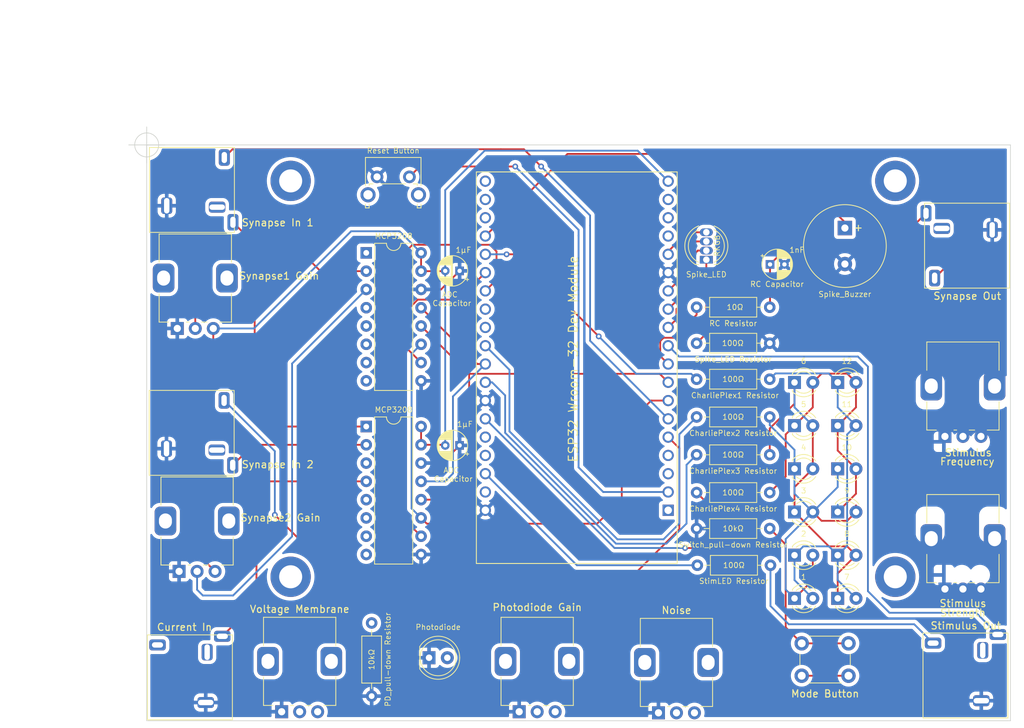
<source format=kicad_pcb>
(kicad_pcb (version 20211014) (generator pcbnew)
  (layers (0 "F.Cu" signal) (31 "B.Cu" signal) (34 "B.Paste" user) (35 "F.Paste" user) (36 "B.SilkS" user "B.Silkscreen") (37 "F.SilkS" user "F.Silkscreen") (38 "B.Mask" user) (39 "F.Mask" user) (44 "Edge.Cuts" user))
  (net 0 "")
  (net 7 "GNDREF")
  (net 8 "/23")
  (net 9 "/27")
  (net 10 "/26")
  (net 11 "+3V3")
  (net 12 "/34")
  (net 13 "/35")
  (net 14 "/25")
  (net 15 "/14")
  (net 16 "/12")
  (net 17 "/13")
  (net 18 "/22")
  (net 19 "/21")
  (net 20 "/19")
  (net 21 "/05")
  (net 22 "/17")
  (net 23 "/16")
  (net 24 "/02")
  (net 25 "/15")
  (net 26 "Net-(10Ω_RC1-Pad2)")
  (net 27 "Net-(100Ω_CharliePlex1-Pad2)")
  (net 28 "Net-(100Ω_CharliePlex2-Pad2)")
  (net 30 "Net-(100Ω_CharliePlex3-Pad2)")
  (net 31 "Net-(100Ω_CharliePlex4-Pad2)")
  (net 32 "Net-(100Ω_Stim-LED1-Pad2)")
  (net 33 "/39")
  (net 34 "VCC")
  (net 35 "Net-(Reset_Button1-Pad2)")
  (net 39 "/202")
  (net 40 "/203")
  (net 41 "/106")
  (net 42 "/103")
  (net 43 "/105")
  (net 44 "/104")
  (net 45 "/101")
  (net 46 "/102")
  (net 47 "/200")
  (net 48 "/201")
  (net 49 "/32")
  (net 50 "/33")
  (net 51 "/18")
  (net 52 "/04")
  (net 53 "/00")
  (net 54 "/100")
  (net 55 "/107")
  (net 56 "/204")
  (net 57 "/205")
  (net 58 "/206")
  (net 59 "/207")
  (net 60 "Net-(100Ω_Spike-LED1-Pad2)")
  (footprint "LED_THT:LED_D5.0mm-4_RGB" (layer "F.Cu") (at 177.75 65.95 90)
    (fp_text reference "Spike_LED")
    (fp_text value "RGB")
  )
  (footprint "MountingHole:MountingHole_3.2mm_M3_DIN965_Pad" (layer "F.Cu") (at 120 55)
    (fp_text reference " ")
    (fp_text value "MountingHole_3.2mm_M3_DIN965_Pad")
  )
  (footprint "LED_THT:LED_D3.0mm" (layer "F.Cu") (at 190 83)
    (fp_text reference "6")
    (fp_text value "D7")
  )
  (footprint "LED_THT:LED_D3.0mm" (layer "F.Cu") (at 190 113)
    (fp_text reference "1")
    (fp_text value "D2")
  )
  (footprint "Resistor_THT:R_Axial_DIN0207_L6.3mm_D2.5mm_P10.16mm_Horizontal" (layer "F.Cu") (at 186.56 103.3 180)
    (fp_text reference "10kΩ")
    (fp_text value "R5")
  )
  (footprint "Package_DIP:DIP-16_W7.62mm" (layer "F.Cu") (at 130.5 89.125)
    (fp_text reference "MCP3208")
    (fp_text value "MCP3208")
  )
  (footprint "Potentiometer_THT:Spikeling Potentiometer" (layer "F.Cu") (at 213.4 104.2 90)
    (fp_text reference "Stimulus")
    (fp_text value "RV6")
  )
  (footprint "Potentiometer_THT:Spikeling Potentiometer" (layer "F.Cu") (at 173.6 121.4 90)
    (fp_text reference "Noise")
    (fp_text value "RV4")
  )
  (footprint "Connector_Audio:Spikeling Audio Jack 3.5mm" (layer "F.Cu") (at 100.2815 56.25 90)
    (fp_text reference "Synapse In 1")
    (fp_text value "J2")
  )
  (footprint "Connector_Audio:Spikeling Audio Jack 3.5mm" (layer "F.Cu") (at 219.9685 64 -90)
    (fp_text reference "Synapse Out")
    (fp_text value "J1")
  )
  (footprint "Potentiometer_THT:Spikeling Potentiometer" (layer "F.Cu") (at 106.75 68 90)
    (fp_text reference "Synapse1 Gain")
    (fp_text value "RV1")
  )
  (footprint "LED_THT:LED_D3.0mm" (layer "F.Cu") (at 190 101)
    (fp_text reference "3")
    (fp_text value "D4")
  )
  (footprint "Potentiometer_THT:Spikeling Potentiometer" (layer "F.Cu") (at 121.25 121.25 90)
    (fp_text reference "Voltage Membrane")
    (fp_text value "RV3")
  )
  (footprint "Resistor_THT:R_Axial_DIN0207_L6.3mm_D2.5mm_P10.16mm_Horizontal" (layer "F.Cu") (at 176.5 108.4)
    (fp_text reference "100Ω")
    (fp_text value "R3")
  )
  (footprint "MountingHole:MountingHole_3.2mm_M3_DIN965_Pad" (layer "F.Cu") (at 204 55)
    (fp_text reference " ")
    (fp_text value "MountingHole_M3")
  )
  (footprint "Package_DIP:DIP-16_W7.62mm" (layer "F.Cu") (at 130.5 65)
    (fp_text reference "MCP3208")
    (fp_text value "MCP3208")
  )
  (footprint "Capacitor_THT:CP_Radial_D4.0mm_P2.00mm" (layer "F.Cu") (at 143.4726 91.75 180)
    (fp_text reference "1μF")
    (fp_text value "1 μF")
  )
  (footprint "Connector_Audio:Spikeling Audio Jack 3.5mm" (layer "F.Cu") (at 213.75 129.7185 180)
    (fp_text reference "Stimulus Out")
    (fp_text value "J5")
  )
  (footprint "Button_Switch_THT:Spikeling reset button" (layer "F.Cu") (at 134.25 51.75)
    (fp_text reference "Reset Button")
    (fp_text value "SW2")
  )
  (footprint "LED_THT:LED_D3.0mm" (layer "F.Cu") (at 196 95)
    (fp_text reference "10")
    (fp_text value "D11")
  )
  (footprint "LED_THT:LED_D3.0mm" (layer "F.Cu") (at 196 107)
    (fp_text reference "8")
    (fp_text value "LED")
  )
  (footprint "Capacitor_THT:CP_Radial_D4.0mm_P2.00mm" (layer "F.Cu") (at 143.4726 67.5 180)
    (fp_text reference "1μF")
    (fp_text value "1 μF")
  )
  (footprint "Resistor_THT:R_Axial_DIN0207_L6.3mm_D2.5mm_P10.16mm_Horizontal" (layer "F.Cu") (at 176.4 98.3)
    (fp_text reference "100Ω")
    (fp_text value "R9")
  )
  (footprint "LED_THT:LED_D3.0mm" (layer "F.Cu") (at 196 83)
    (fp_text reference "12")
    (fp_text value "D13")
  )
  (footprint "LED_THT:LED_D3.0mm" (layer "F.Cu") (at 196 89)
    (fp_text reference "11")
    (fp_text value "D12")
  )
  (footprint "LED_THT:LED_D3.0mm" (layer "F.Cu") (at 196 101)
    (fp_text reference "9")
    (fp_text value "D10")
  )
  (footprint "Resistor_THT:R_Axial_DIN0207_L6.3mm_D2.5mm_P10.16mm_Horizontal" (layer "F.Cu") (at 176.4 72.55)
    (fp_text reference "10Ω")
    (fp_text value "R1")
  )
  (footprint "LED_THT:LED_D5.0mm" (layer "F.Cu") (at 139.225 121.25)
    (fp_text reference "Photodiode")
    (fp_text value "D1")
  )
  (footprint "Potentiometer_THT:Spikeling Potentiometer" (layer "F.Cu") (at 213.4 83 90)
    (fp_text reference "Stimulus")
    (fp_text value "RV7")
  )
  (footprint "Potentiometer_THT:Spikeling Potentiometer" (layer "F.Cu") (at 107 101.75 90)
    (fp_text reference "Synapse2 Gain")
    (fp_text value "RV2")
  )
  (footprint "Connector_Audio:Spikeling Audio Jack 3.5mm" (layer "F.Cu") (at 100.25 90 90)
    (fp_text reference "Synapse In 2")
    (fp_text value "J3")
  )
  (footprint "LED_THT:LED_D3.0mm" (layer "F.Cu") (at 190 107)
    (fp_text reference "2")
    (fp_text value "D3")
  )
  (footprint "MountingHole:MountingHole_3.2mm_M3_DIN965_Pad" (layer "F.Cu") (at 204 110)
    (fp_text reference " ")
    (fp_text value "MountingHole_3.2mm_M3_DIN965_Pad")
  )
  (footprint "LED_THT:LED_D3.0mm" (layer "F.Cu") (at 190 95)
    (fp_text reference "4")
    (fp_text value "D5")
  )
  (footprint "Connector_Audio:Spikeling Audio Jack 3.5mm" (layer "F.Cu") (at 106 129.9685 180)
    (fp_text reference "Current In")
    (fp_text value "J4")
  )
  (footprint "Resistor_THT:R_Axial_DIN0207_L6.3mm_D2.5mm_P10.16mm_Horizontal" (layer "F.Cu") (at 176.4 93.05)
    (fp_text reference "100Ω")
    (fp_text value "R8")
  )
  (footprint "Resistor_THT:R_Axial_DIN0207_L6.3mm_D2.5mm_P10.16mm_Horizontal" (layer "F.Cu") (at 131.25 116.42 -90)
    (fp_text reference "10kΩ")
    (fp_text value "R2")
  )
  (footprint "Potentiometer_THT:Spikeling Potentiometer" (layer "F.Cu") (at 154.25 121.25 90)
    (fp_text reference "Photodiode Gain")
    (fp_text value "RV5")
  )
  (footprint "Capacitor_THT:CP_Radial_D4.0mm_P2.00mm" (layer "F.Cu") (at 186.6 66.6)
    (fp_text reference "1nF")
    (fp_text value "C3")
  )
  (footprint "Resistor_THT:R_Axial_DIN0207_L6.3mm_D2.5mm_P10.16mm_Horizontal" (layer "F.Cu") (at 176.4 87.8)
    (fp_text reference "100Ω")
    (fp_text value "R7")
  )
  (footprint "Resistor_THT:R_Axial_DIN0207_L6.3mm_D2.5mm_P10.16mm_Horizontal" (layer "F.Cu") (at 186.56 77.55 180)
    (fp_text reference "100Ω")
    (fp_text value "R4")
  )
  (footprint "Buzzer_Beeper:Buzzer_11.5x9.5RM5" (layer "F.Cu") (at 197 60.25 -90)
    (fp_text reference "Spike_Buzzer")
    (fp_text value "BZ1")
  )
  (footprint "MountingHole:MountingHole_3.2mm_M3_DIN965_Pad" (layer "F.Cu") (at 120 110)
    (fp_text reference " ")
    (fp_text value "MountingHole_3.2mm_M3_DIN965_Pad")
  )
  (footprint "Resistor_THT:R_Axial_DIN0207_L6.3mm_D2.5mm_P10.16mm_Horizontal" (layer "F.Cu") (at 176.4 82.55)
    (fp_text reference "100Ω")
    (fp_text value "R6")
  )
  (footprint "Button_Switch_THT:SW_PUSH_6mm_H13mm" (layer "F.Cu") (at 191 119.25)
    (fp_text reference "Mode Button")
    (fp_text value "SW1")
  )
  (footprint "Module:MODULE_ESP32-DEVKITC-32D" (layer "F.Cu") (at 159.75 81 180)
    (fp_text reference "ESP32 Wroom-32 Dev Module")
    (fp_text value "ESP32-DEVKITC-32D")
  )
  (footprint "LED_THT:LED_D3.0mm" (layer "F.Cu") (at 196 113)
    (fp_text reference "7")
    (fp_text value "D8")
  )
  (footprint "LED_THT:LED_D3.0mm" (layer "F.Cu") (at 190 89)
    (fp_text reference "5")
    (fp_text value "D6")
  )
  (gr_line (start 220 130) (end 100 130) (layer "Edge.Cuts") (width 0.1))
  (gr_line (start 100 50) (end 220 50) (layer "Edge.Cuts") (width 0.1))
  (gr_line (start 220 50) (end 220 130) (layer "Edge.Cuts") (width 0.1))
  (gr_line (start 100 130) (end 100 50) (layer "Edge.Cuts") (width 0.1))
  (gr_text "ADC \nCapacitor" (at 142.4 71.4) (layer "F.SilkS") (effects (font (size 0.75 0.75) (thickness 0.1))))
  (gr_text "Switch_pull-down Resistor" (at 181.48 105.55) (layer "F.SilkS") (effects (font (size 0.75 0.75) (thickness 0.1))))
  (gr_text "CharliePlex3 Resistor" (at 181.48 95.3) (layer "F.SilkS") (effects (font (size 0.75 0.75) (thickness 0.1))))
  (gr_text "Frequency" (at 214 94) (layer "F.SilkS") (effects (font (size 1 1))))
  (gr_text "Strength" (at 213.4 115) (layer "F.SilkS") (effects (font (size 1 1))))
  (gr_text "CharliePlex2 Resistor" (at 181.48 90.05) (layer "F.SilkS") (effects (font (size 0.75 0.75) (thickness 0.1))))
  (gr_text "Spike_LED Resistor" (at 181.48 79.8) (layer "F.SilkS") (effects (font (size 0.75 0.75) (thickness 0.1))))
  (gr_text "CharliePlex1 Resistor" (at 181.73 84.8) (layer "F.SilkS") (effects (font (size 0.75 0.75) (thickness 0.1))))
  (gr_text "RKGB" (at 179.25 64 90) (layer "F.SilkS") (effects (font (size 0.75 0.75) (thickness 0.1))))
  (gr_text "RC Capacitor" (at 187.572599 69.35) (layer "F.SilkS") (effects (font (size 0.75 0.75) (thickness 0.1))))
  (gr_text "RC Resistor" (at 181.48 74.8) (layer "F.SilkS") (effects (font (size 0.75 0.75) (thickness 0.1))))
  (gr_text "StimLED Resistor" (at 181.58 110.6) (layer "F.SilkS") (effects (font (size 0.75 0.75) (thickness 0.1))))
  (gr_text "PD_pull-down Resistor" (at 133.5 121.5 90) (layer "F.SilkS") (effects (font (size 0.75 0.75) (thickness 0.1))))
  (gr_text "ADC \nCapacitor" (at 142.6 95.8) (layer "F.SilkS") (effects (font (size 0.75 0.75) (thickness 0.1))))
  (gr_text "CharliePlex4 Resistor" (at 181.48 100.55) (layer "F.SilkS") (effects (font (size 0.75 0.75) (thickness 0.1))))
  (target plus (at 100 50) (size 5) (width 0.1) (layer "Edge.Cuts"))
  (segment (start 141.0176 94.205) (end 143.4726 91.75) (width 0.25) (layer "F.Cu") (net 7))
  (segment (start 140.8926 70.08) (end 143.4726 67.5) (width 0.25) (layer "F.Cu") (net 7))
  (segment (start 138.12 94.205) (end 141.0176 94.205) (width 0.25) (layer "F.Cu") (net 7))
  (segment (start 109.7815 58.65) (end 109.8815 58.65) (width 0.25) (layer "F.Cu") (net 7))
  (segment (start 138.12 70.08) (end 140.8926 70.08) (width 0.25) (layer "F.Cu") (net 7))
  (segment (start 109.75 92.4) (end 109.85 92.4) (width 0.25) (layer "F.Cu") (net 7))
  (segment (start 175.75 70.65) (end 173.6 72.8) (width 0.25) (layer "F.Cu") (net 9))
  (segment (start 172.45 75.36) (end 172.45 74.8797) (width 0.25) (layer "F.Cu") (net 9))
  (segment (start 176.57 64.68) (end 175.75 65.5) (width 0.25) (layer "F.Cu") (net 9))
  (segment (start 175.75 65.5) (end 175.75 70.65) (width 0.25) (layer "F.Cu") (net 9))
  (segment (start 173.6 72.8) (end 173.6 74.21) (width 0.25) (layer "F.Cu") (net 9))
  (segment (start 173.6 74.21) (end 172.45 75.36) (width 0.25) (layer "F.Cu") (net 9))
  (segment (start 177.75 64.68) (end 176.57 64.68) (width 0.25) (layer "F.Cu") (net 9))
  (segment (start 218.25 118.0185) (end 218.25 118.1185) (width 0.25) (layer "F.Cu") (net 10))
  (segment (start 173.95 79.4) (end 198.8 79.4) (width 0.25) (layer "B.Cu") (net 10))
  (segment (start 172.45 77.9) (end 173.95 79.4) (width 0.25) (layer "B.Cu") (net 10))
  (segment (start 200.2 112) (end 203.2 115) (width 0.25) (layer "B.Cu") (net 10))
  (segment (start 200.2 80.8) (end 200.2 112) (width 0.25) (layer "B.Cu") (net 10))
  (segment (start 215.2315 115) (end 218.25 118.0185) (width 0.25) (layer "B.Cu") (net 10))
  (segment (start 203.2 115) (end 215.2315 115) (width 0.25) (layer "B.Cu") (net 10))
  (segment (start 198.8 79.4) (end 200.2 80.8) (width 0.25) (layer "B.Cu") (net 10))
  (segment (start 111.25 86) (end 110.75 85.5) (width 0.25) (layer "F.Cu") (net 12))
  (segment (start 125.8 109.4) (end 117.8 101.4) (width 0.25) (layer "F.Cu") (net 12))
  (segment (start 174 92.15) (end 174 103.4) (width 0.25) (layer "F.Cu") (net 12))
  (segment (start 168 109.4) (end 125.8 109.4) (width 0.25) (layer "F.Cu") (net 12))
  (segment (start 172.45 90.6) (end 174 92.15) (width 0.25) (layer "F.Cu") (net 12))
  (segment (start 174 103.4) (end 168 109.4) (width 0.25) (layer "F.Cu") (net 12))
  (via (at 117.8 101.4) (size 0.8) (drill 0.4) (layers "F.Cu" "B.Cu") (net 12))
  (segment (start 110.75 85.5) (end 117.8 92.55) (width 0.25) (layer "B.Cu") (net 12))
  (segment (start 117.8 92.55) (end 117.8 101.4) (width 0.25) (layer "B.Cu") (net 12))
  (segment (start 154.8 53) (end 152.4 50.6) (width 0.25) (layer "F.Cu") (net 13))
  (segment (start 110.7815 51.75) (end 111.9315 50.6) (width 0.25) (layer "F.Cu") (net 13))
  (segment (start 111.9315 50.6) (end 149.2 50.6) (width 0.25) (layer "F.Cu") (net 13))
  (segment (start 152.4 50.6) (end 149.2 50.6) (width 0.25) (layer "F.Cu") (net 13))
  (via (at 154.8 53) (size 0.8) (drill 0.4) (layers "F.Cu" "B.Cu") (net 13))
  (segment (start 161.6 77.21) (end 172.45 88.06) (width 0.25) (layer "B.Cu") (net 13))
  (segment (start 161.6 61.2) (end 161.6 77.21) (width 0.25) (layer "B.Cu") (net 13))
  (segment (start 161.6 59.8) (end 161.6 61.2) (width 0.25) (layer "B.Cu") (net 13))
  (segment (start 154.8 53) (end 161.6 59.8) (width 0.25) (layer "B.Cu") (net 13))
  (segment (start 171.345489 79.335489) (end 172.45 80.44) (width 0.25) (layer "F.Cu") (net 14))
  (segment (start 176.4 72.55) (end 176.4 73.6) (width 0.25) (layer "F.Cu") (net 14))
  (segment (start 171.804511 76.795489) (end 171.345489 77.254511) (width 0.25) (layer "F.Cu") (net 14))
  (segment (start 171.345489 77.254511) (end 171.345489 79.335489) (width 0.25) (layer "F.Cu") (net 14))
  (segment (start 173.204511 76.795489) (end 171.804511 76.795489) (width 0.25) (layer "F.Cu") (net 14))
  (segment (start 176.4 73.6) (end 173.204511 76.795489) (width 0.25) (layer "F.Cu") (net 14))
  (segment (start 172.45 72.82) (end 175.25 70.02) (width 0.25) (layer "F.Cu") (net 15))
  (segment (start 175.25 64.5) (end 176.34 63.41) (width 0.25) (layer "F.Cu") (net 15))
  (segment (start 176.34 63.41) (end 177.75 63.41) (width 0.25) (layer "F.Cu") (net 15))
  (segment (start 175.25 70.02) (end 175.25 64.5) (width 0.25) (layer "F.Cu") (net 15))
  (segment (start 176.11 62.14) (end 174.75 63.5) (width 0.25) (layer "F.Cu") (net 16))
  (segment (start 177.75 62.14) (end 176.11 62.14) (width 0.25) (layer "F.Cu") (net 16))
  (segment (start 174.75 63.5) (end 174.75 67.98) (width 0.25) (layer "F.Cu") (net 16))
  (segment (start 174.75 67.98) (end 172.45 70.28) (width 0.25) (layer "F.Cu") (net 16))
  (segment (start 180 57.25) (end 193.5 57.25) (width 0.25) (layer "F.Cu") (net 17))
  (segment (start 172.45 65.2) (end 172.45 64.8) (width 0.25) (layer "F.Cu") (net 17))
  (segment (start 193.5 57.25) (end 197 60.75) (width 0.25) (layer "F.Cu") (net 17))
  (segment (start 172.45 64.8) (end 180 57.25) (width 0.25) (layer "F.Cu") (net 17))
  (segment (start 197 60.75) (end 197 61.55) (width 0.25) (layer "F.Cu") (net 17))
  (segment (start 159.77 108.4) (end 176.5 108.4) (width 0.25) (layer "B.Cu") (net 18))
  (segment (start 147.05 95.68) (end 159.77 108.4) (width 0.25) (layer "B.Cu") (net 18))
  (segment (start 176.4 98.3) (end 178.4 100.3) (width 0.25) (layer "F.Cu") (net 19))
  (segment (start 176.4 106) (end 174.8 106) (width 0.25) (layer "F.Cu") (net 19))
  (segment (start 178.4 104) (end 176.4 106) (width 0.25) (layer "F.Cu") (net 19))
  (segment (start 178.4 100.3) (end 178.4 104) (width 0.25) (layer "F.Cu") (net 19))
  (via (at 174.8 106) (size 0.8) (drill 0.4) (layers "F.Cu" "B.Cu") (net 19))
  (segment (start 174.8 106) (end 164.99 106) (width 0.25) (layer "B.Cu") (net 19))
  (segment (start 164.99 106) (end 147.05 88.06) (width 0.25) (layer "B.Cu") (net 19))
  (segment (start 176.4 99.019022) (end 176.4 98.3) (width 0.25) (layer "B.Cu") (net 19))
  (segment (start 176.4 93.05) (end 175 94.45) (width 0.25) (layer "B.Cu") (net 20))
  (segment (start 165.2 105.4) (end 149.8 90) (width 0.25) (layer "B.Cu") (net 20))
  (segment (start 147.98 82.98) (end 147.05 82.98) (width 0.25) (layer "B.Cu") (net 20))
  (segment (start 175 94.45) (end 175 102.6) (width 0.25) (layer "B.Cu") (net 20))
  (segment (start 175 102.6) (end 172.2 105.4) (width 0.25) (layer "B.Cu") (net 20))
  (segment (start 149.8 84.8) (end 147.98 82.98) (width 0.25) (layer "B.Cu") (net 20))
  (segment (start 149.8 90) (end 149.8 84.8) (width 0.25) (layer "B.Cu") (net 20))
  (segment (start 172.2 105.4) (end 165.2 105.4) (width 0.25) (layer "B.Cu") (net 20))
  (segment (start 174.2 90) (end 174 90.2) (width 0.25) (layer "B.Cu") (net 21))
  (segment (start 174 102.2) (end 174 102.6) (width 0.25) (layer "B.Cu") (net 21))
  (segment (start 176.4 87.8) (end 174.2 90) (width 0.25) (layer "B.Cu") (net 21))
  (segment (start 174 90.2) (end 174 102.2) (width 0.25) (layer "B.Cu") (net 21))
  (segment (start 165.4 104.8) (end 150.4 89.8) (width 0.25) (layer "B.Cu") (net 21))
  (segment (start 174 102.6) (end 171.8 104.8) (width 0.25) (layer "B.Cu") (net 21))
  (segment (start 171.8 104.8) (end 165.4 104.8) (width 0.25) (layer "B.Cu") (net 21))
  (segment (start 150.4 81.25) (end 147.05 77.9) (width 0.25) (layer "B.Cu") (net 21))
  (segment (start 150.4 89.8) (end 150.4 81.25) (width 0.25) (layer "B.Cu") (net 21))
  (segment (start 162.8 76.6) (end 151.4 65.2) (width 0.25) (layer "F.Cu") (net 24))
  (segment (start 151.4 65.2) (end 150 65.2) (width 0.25) (layer "F.Cu") (net 24))
  (via (at 162.8 76.6) (size 0.8) (drill 0.4) (layers "F.Cu" "B.Cu") (net 24))
  (via (at 150 65.2) (size 0.8) (drill 0.4) (layers "F.Cu" "B.Cu") (net 24))
  (segment (start 150 65.2) (end 147.05 65.2) (width 0.25) (layer "B.Cu") (net 24))
  (segment (start 168 81.8) (end 162.8 76.6) (width 0.25) (layer "B.Cu") (net 24))
  (segment (start 176.4 82.55) (end 175.65 81.8) (width 0.25) (layer "B.Cu") (net 24))
  (segment (start 175.65 81.8) (end 168 81.8) (width 0.25) (layer "B.Cu") (net 24))
  (segment (start 147.05 62.66) (end 158.46 51.25) (width 0.25) (layer "F.Cu") (net 25))
  (segment (start 158.46 51.25) (end 208 51.25) (width 0.25) (layer "F.Cu") (net 25))
  (segment (start 214 57.25) (end 214 63.9685) (width 0.25) (layer "F.Cu") (net 25))
  (segment (start 214 63.9685) (end 209.4685 68.5) (width 0.25) (layer "F.Cu") (net 25))
  (segment (start 208 51.25) (end 214 57.25) (width 0.25) (layer "F.Cu") (net 25))
  (segment (start 186.6 66.6) (end 186.6 72.51) (width 0.25) (layer "F.Cu") (net 26))
  (segment (start 203.7685 64) (end 208.2685 59.5) (width 0.25) (layer "F.Cu") (net 26))
  (segment (start 186.6 66.6) (end 189.2 64) (width 0.25) (layer "F.Cu") (net 26))
  (segment (start 189.2 64) (end 203.7685 64) (width 0.25) (layer "F.Cu") (net 26))
  (segment (start 186.6 72.51) (end 186.56 72.55) (width 0.25) (layer "F.Cu") (net 26))
  (segment (start 196 110.46) (end 198.54 113) (width 0.25) (layer "B.Cu") (net 27))
  (segment (start 196 86.46) (end 198.54 89) (width 0.25) (layer "B.Cu") (net 27))
  (segment (start 194.750001 81.750001) (end 196 83) (width 0.25) (layer "B.Cu") (net 27))
  (segment (start 196 107) (end 196 110.46) (width 0.25) (layer "B.Cu") (net 27))
  (segment (start 186.56 82.55) (end 187.359999 81.750001) (width 0.25) (layer "B.Cu") (net 27))
  (segment (start 196 107) (end 194.775489 105.775489) (width 0.25) (layer "B.Cu") (net 27))
  (segment (start 197.315489 105.684511) (end 196 107) (width 0.25) (layer "B.Cu") (net 27))
  (segment (start 191.224511 105.775489) (end 190 107) (width 0.25) (layer "B.Cu") (net 27))
  (segment (start 190 107) (end 190 110.46) (width 0.25) (layer "B.Cu") (net 27))
  (segment (start 194.775489 105.775489) (end 191.224511 105.775489) (width 0.25) (layer "B.Cu") (net 27))
  (segment (start 197.315489 90.224511) (end 197.315489 105.684511) (width 0.25) (layer "B.Cu") (net 27))
  (segment (start 196 83) (end 196 86.46) (width 0.25) (layer "B.Cu") (net 27))
  (segment (start 190 110.46) (end 192.54 113) (width 0.25) (layer "B.Cu") (net 27))
  (segment (start 198.54 89) (end 197.315489 90.224511) (width 0.25) (layer "B.Cu") (net 27))
  (segment (start 187.359999 81.750001) (end 194.750001 81.750001) (width 0.25) (layer "B.Cu") (net 27))
  (segment (start 198.54 101) (end 197.315489 102.224511) (width 0.25) (layer "F.Cu") (net 28))
  (segment (start 192.54 110.46) (end 190 113) (width 0.25) (layer "F.Cu") (net 28))
  (segment (start 193.764511 102.224511) (end 192.54 101) (width 0.25) (layer "F.Cu") (net 28))
  (segment (start 197.315489 102.224511) (end 193.764511 102.224511) (width 0.25) (layer "F.Cu") (net 28))
  (segment (start 192.54 107) (end 192.54 110.46) (width 0.25) (layer "F.Cu") (net 28))
  (segment (start 198.54 100.08) (end 198.54 101) (width 0.25) (layer "F.Cu") (net 28))
  (segment (start 196 97.54) (end 192.54 101) (width 0.25) (layer "B.Cu") (net 28))
  (segment (start 188.775489 104.764511) (end 188.775489 111.775489) (width 0.25) (layer "B.Cu") (net 28))
  (segment (start 192.54 101) (end 188.775489 104.764511) (width 0.25) (layer "B.Cu") (net 28))
  (segment (start 188.775489 111.775489) (end 190 113) (width 0.25) (layer "B.Cu") (net 28))
  (segment (start 196 95) (end 196 97.54) (width 0.25) (layer "B.Cu") (net 28))
  (segment (start 190 95) (end 190 98.46) (width 0.25) (layer "B.Cu") (net 28))
  (segment (start 190 98.46) (end 192.54 101) (width 0.25) (layer "B.Cu") (net 28))
  (segment (start 186.56 87.8) (end 186.56 88.93137) (width 0.25) (layer "B.Cu") (net 28))
  (segment (start 190 92.37137) (end 190 95) (width 0.25) (layer "B.Cu") (net 28))
  (segment (start 192.54 107) (end 192.54 106.225009) (width 0.25) (layer "B.Cu") (net 28))
  (segment (start 186.56 88.93137) (end 190 92.37137) (width 0.25) (layer "B.Cu") (net 28))
  (segment (start 190 101) (end 194.775489 105.775489) (width 0.25) (layer "F.Cu") (net 30))
  (segment (start 192.54 95) (end 192.54 89) (width 0.25) (layer "F.Cu") (net 30))
  (segment (start 197.315489 105.775489) (end 198.54 107) (width 0.25) (layer "F.Cu") (net 30))
  (segment (start 190 83) (end 190 85.9503) (width 0.25) (layer "F.Cu") (net 30))
  (segment (start 196 113) (end 196 109.54) (width 0.25) (layer "F.Cu") (net 30))
  (segment (start 190 85.9503) (end 186.56 89.3903) (width 0.25) (layer "F.Cu") (net 30))
  (segment (start 186.56 89.3903) (end 186.56 93.05) (width 0.25) (layer "F.Cu") (net 30))
  (segment (start 190 101) (end 190 97.54) (width 0.25) (layer "F.Cu") (net 30))
  (segment (start 194.775489 105.775489) (end 197.315489 105.775489) (width 0.25) (layer "F.Cu") (net 30))
  (segment (start 196 109.54) (end 198.54 107) (width 0.25) (layer "F.Cu") (net 30))
  (segment (start 190 97.54) (end 192.54 95) (width 0.25) (layer "F.Cu") (net 30))
  (segment (start 190 86.46) (end 190 83) (width 0.25) (layer "B.Cu") (net 30))
  (segment (start 192.54 89) (end 190 86.46) (width 0.25) (layer "B.Cu") (net 30))
  (segment (start 197.315489 81.775489) (end 193.764511 81.775489) (width 0.25) (layer "F.Cu") (net 31))
  (segment (start 188.775489 90.224511) (end 188.775489 96.084511) (width 0.25) (layer "F.Cu") (net 31))
  (segment (start 192.54 83) (end 192.54 86.46) (width 0.25) (layer "F.Cu") (net 31))
  (segment (start 190 89) (end 188.775489 90.224511) (width 0.25) (layer "F.Cu") (net 31))
  (segment (start 198.54 86.46) (end 196 89) (width 0.25) (layer "F.Cu") (net 31))
  (segment (start 198.54 83) (end 198.54 86.46) (width 0.25) (layer "F.Cu") (net 31))
  (segment (start 192.54 86.46) (end 190 89) (width 0.25) (layer "F.Cu") (net 31))
  (segment (start 198.54 98.46) (end 196 101) (width 0.25) (layer "F.Cu") (net 31))
  (segment (start 196 92.46) (end 198.54 95) (width 0.25) (layer "F.Cu") (net 31))
  (segment (start 198.54 95) (end 198.54 98.46) (width 0.25) (layer "F.Cu") (net 31))
  (segment (start 196 89) (end 196 92.46) (width 0.25) (layer "F.Cu") (net 31))
  (segment (start 188.775489 96.084511) (end 186.56 98.3) (width 0.25) (layer "F.Cu") (net 31))
  (segment (start 198.54 83) (end 197.315489 81.775489) (width 0.25) (layer "F.Cu") (net 31))
  (segment (start 193.764511 81.775489) (end 192.54 83) (width 0.25) (layer "F.Cu") (net 31))
  (segment (start 196 101) (end 196 100) (width 0.25) (layer "B.Cu") (net 31))
  (segment (start 186.66 114.06) (end 189.2 116.6) (width 0.25) (layer "B.Cu") (net 32))
  (segment (start 206.6315 116.6) (end 209.25 119.2185) (width 0.25) (layer "B.Cu") (net 32))
  (segment (start 186.66 108.4) (end 186.66 114.06) (width 0.25) (layer "B.Cu") (net 32))
  (segment (start 189.2 116.6) (end 206.6315 116.6) (width 0.25) (layer "B.Cu") (net 32))
  (segment (start 191 119.25) (end 197.5 119.25) (width 0.25) (layer "F.Cu") (net 33))
  (segment (start 188.775489 105.515489) (end 188.775489 117.025489) (width 0.25) (layer "F.Cu") (net 33))
  (segment (start 186.56 103.3) (end 188.775489 105.515489) (width 0.25) (layer "F.Cu") (net 33))
  (segment (start 188.775489 117.025489) (end 191 119.25) (width 0.25) (layer "F.Cu") (net 33))
  (segment (start 191 118.92) (end 191 119.25) (width 0.25) (layer "B.Cu") (net 33))
  (segment (start 141.4326 67.54) (end 141.4726 67.5) (width 0.25) (layer "F.Cu") (net 34))
  (segment (start 138.12 89.125) (end 138.12 91.665) (width 0.25) (layer "F.Cu") (net 34))
  (segment (start 138.12 65) (end 138.12 67.54) (width 0.25) (layer "F.Cu") (net 34))
  (segment (start 138.12 67.54) (end 141.4326 67.54) (width 0.25) (layer "F.Cu") (net 34))
  (segment (start 107.25 87.25) (end 107.25 107) (width 0.25) (layer "F.Cu") (net 34))
  (segment (start 109.25 85.25) (end 107.25 87.25) (width 0.25) (layer "F.Cu") (net 34))
  (segment (start 191 123.75) (end 197.5 123.75) (width 0.25) (layer "F.Cu") (net 34))
  (segment (start 138.12 91.665) (end 141.3876 91.665) (width 0.25) (layer "F.Cu") (net 34))
  (segment (start 109.25 75.5) (end 109.25 85.25) (width 0.25) (layer "F.Cu") (net 34))
  (segment (start 107.25 107) (end 109.5 109.25) (width 0.25) (layer "F.Cu") (net 34))
  (segment (start 141.3876 91.665) (end 141.4726 91.75) (width 0.25) (layer "F.Cu") (net 34))
  (segment (start 114.9 75.5) (end 128.4 62) (width 0.25) (layer "B.Cu") (net 34))
  (segment (start 146.95 50.8) (end 168.21 50.8) (width 0.25) (layer "B.Cu") (net 34))
  (segment (start 141.4726 56.2774) (end 146.95 50.8) (width 0.25) (layer "B.Cu") (net 34))
  (segment (start 109.25 75.5) (end 114.9 75.5) (width 0.25) (layer "B.Cu") (net 34))
  (segment (start 135.12 62) (end 138.12 65) (width 0.25) (layer "B.Cu") (net 34))
  (segment (start 141.4726 67.5) (end 141.4726 56.2774) (width 0.25) (layer "B.Cu") (net 34))
  (segment (start 168.21 50.8) (end 172.45 55.04) (width 0.25) (layer "B.Cu") (net 34))
  (segment (start 128.4 62) (end 135.12 62) (width 0.25) (layer "B.Cu") (net 34))
  (segment (start 141.4726 67.5) (end 141.4726 91.75) (width 0.25) (layer "B.Cu") (net 34))
  (segment (start 137.94 53) (end 151.2 53) (width 0.25) (layer "F.Cu") (net 35))
  (segment (start 136.5 54.44) (end 137.94 53) (width 0.25) (layer "F.Cu") (net 35))
  (via (at 151.2 53) (size 0.8) (drill 0.4) (layers "F.Cu" "B.Cu") (net 35))
  (segment (start 151.2 53) (end 160 61.8) (width 0.25) (layer "B.Cu") (net 35))
  (segment (start 160 62.6) (end 160 94.8) (width 0.25) (layer "B.Cu") (net 35))
  (segment (start 160 94.8) (end 163.42 98.22) (width 0.25) (layer "B.Cu") (net 35))
  (segment (start 163.42 98.22) (end 172.45 98.22) (width 0.25) (layer "B.Cu") (net 35))
  (segment (start 160 61.8) (end 160 62.6) (width 0.25) (layer "B.Cu") (net 35))
  (segment (start 115.25 113.5185) (end 115.25 97.5) (width 0.25) (layer "F.Cu") (net 40))
  (segment (start 110.5 118.2685) (end 115.25 113.5185) (width 0.25) (layer "F.Cu") (net 40))
  (segment (start 115.25 97.5) (end 116.005 96.745) (width 0.25) (layer "F.Cu") (net 40))
  (segment (start 116.005 96.745) (end 130.5 96.745) (width 0.25) (layer "F.Cu") (net 40))
  (segment (start 106.75 75.5) (end 106.75 57.85) (width 0.25) (layer "F.Cu") (net 45))
  (segment (start 124.14 67.54) (end 130.5 67.54) (width 0.25) (layer "F.Cu") (net 45))
  (segment (start 113.2 56.6) (end 124.14 67.54) (width 0.25) (layer "F.Cu") (net 45))
  (segment (start 106.75 57.85) (end 108 56.6) (width 0.25) (layer "F.Cu") (net 45))
  (segment (start 108 56.6) (end 113.2 56.6) (width 0.25) (layer "F.Cu") (net 45))
  (segment (start 107 109.25) (end 107 111.8) (width 0.25) (layer "B.Cu") (net 46))
  (segment (start 107 111.8) (end 107.8 112.6) (width 0.25) (layer "B.Cu") (net 46))
  (segment (start 112 112.6) (end 120.2 104.4) (width 0.25) (layer "B.Cu") (net 46))
  (segment (start 120.2 104.4) (end 120.2 80.38) (width 0.25) (layer "B.Cu") (net 46))
  (segment (start 120.2 80.38) (end 130.5 70.08) (width 0.25) (layer "B.Cu") (net 46))
  (segment (start 107.8 112.6) (end 112 112.6) (width 0.25) (layer "B.Cu") (net 46))
  (segment (start 117.125 89.125) (end 130.5 89.125) (width 0.25) (layer "F.Cu") (net 47))
  (segment (start 115 63.7685) (end 115 87) (width 0.25) (layer "F.Cu") (net 47))
  (segment (start 111.9815 60.75) (end 115 63.7685) (width 0.25) (layer "F.Cu") (net 47))
  (segment (start 115 87) (end 117.125 89.125) (width 0.25) (layer "F.Cu") (net 47))
  (segment (start 111.95 94.5) (end 114.785 91.665) (width 0.25) (layer "F.Cu") (net 48))
  (segment (start 114.785 91.665) (end 130.5 91.665) (width 0.25) (layer "F.Cu") (net 48))
  (segment (start 111.95 94.5) (end 112.45 95) (width 0.25) (layer "F.Cu") (net 48))
  (segment (start 162.575001 102.624999) (end 166 99.2) (width 0.25) (layer "F.Cu") (net 49))
  (segment (start 166 89.6) (end 170.08 85.52) (width 0.25) (layer "F.Cu") (net 49))
  (segment (start 170.08 85.52) (end 172.45 85.52) (width 0.25) (layer "F.Cu") (net 49))
  (segment (start 138.919999 102.624999) (end 162.575001 102.624999) (width 0.25) (layer "F.Cu") (net 49))
  (segment (start 166 99.2) (end 166 89.6) (width 0.25) (layer "F.Cu") (net 49))
  (segment (start 138.12 101.825) (end 138.919999 102.624999) (width 0.25) (layer "F.Cu") (net 49))
  (segment (start 136.8 79.02) (end 136.8 100.505) (width 0.25) (layer "B.Cu") (net 49))
  (segment (start 136.8 100.505) (end 138.12 101.825) (width 0.25) (layer "B.Cu") (net 49))
  (segment (start 138.12 77.7) (end 136.8 79.02) (width 0.25) (layer "B.Cu") (net 49))
  (segment (start 144.76 81.8) (end 171.27 81.8) (width 0.25) (layer "F.Cu") (net 50))
  (segment (start 138.12 75.16) (end 144.76 81.8) (width 0.25) (layer "F.Cu") (net 50))
  (segment (start 171.27 81.8) (end 172.45 82.98) (width 0.25) (layer "F.Cu") (net 50))
  (segment (start 140.715 99.285) (end 144.8 95.2) (width 0.25) (layer "F.Cu") (net 50))
  (segment (start 144.8 81.84) (end 144.76 81.8) (width 0.25) (layer "F.Cu") (net 50))
  (segment (start 144.8 95.2) (end 144.8 81.84) (width 0.25) (layer "F.Cu") (net 50))
  (segment (start 138.12 99.285) (end 140.715 99.285) (width 0.25) (layer "F.Cu") (net 50))
  (segment (start 138.12 72.62) (end 145.94 80.44) (width 0.25) (layer "F.Cu") (net 51))
  (segment (start 145.94 80.44) (end 147.05 80.44) (width 0.25) (layer "F.Cu") (net 51))
  (segment (start 141.455 96.745) (end 138.12 96.745) (width 0.25) (layer "B.Cu") (net 51))
  (segment (start 142.548089 95.651911) (end 141.455 96.745) (width 0.25) (layer "B.Cu") (net 51))
  (segment (start 147.05 80.44) (end 142.548089 84.941911) (width 0.25) (layer "B.Cu") (net 51))
  (segment (start 142.548089 84.941911) (end 142.548089 95.651911) (width 0.25) (layer "B.Cu") (net 51))
  (segment (start 134.6 66.2) (end 136.924511 63.875489) (width 0.25) (layer "F.Cu") (net 52))
  (segment (start 148.6 64.8) (end 148.6 68.73) (width 0.25) (layer "F.Cu") (net 52))
  (segment (start 148.6 68.73) (end 147.05 70.28) (width 0.25) (layer "F.Cu") (net 52))
  (segment (start 147.675489 63.875489) (end 148.6 64.8) (width 0.25) (layer "F.Cu") (net 52))
  (segment (start 138.12 104.365) (end 134.6 100.845) (width 0.25) (layer "F.Cu") (net 52))
  (segment (start 136.924511 63.875489) (end 147.675489 63.875489) (width 0.25) (layer "F.Cu") (net 52))
  (segment (start 134.6 100.845) (end 134.6 66.2) (width 0.25) (layer "F.Cu") (net 52))
  (segment (start 137.654211 71.495489) (end 136.2 72.9497) (width 0.25) (layer "F.Cu") (net 53))
  (segment (start 147.05 67.74) (end 143.294511 71.495489) (width 0.25) (layer "F.Cu") (net 53))
  (segment (start 136.2 78.32) (end 138.12 80.24) (width 0.25) (layer "F.Cu") (net 53))
  (segment (start 136.2 72.9497) (end 136.2 78.32) (width 0.25) (layer "F.Cu") (net 53))
  (segment (start 143.294511 71.495489) (end 137.654211 71.495489) (width 0.25) (layer "F.Cu") (net 53))
  (segment (start 177.75 76.2) (end 177.75 65.95) (width 0.25) (layer "F.Cu") (net 60))
  (segment (start 176.4 77.55) (end 177.75 76.2) (width 0.25) (layer "F.Cu") (net 60))
  (zone (net 7) (net_name "GNDREF") (layer "B.Cu") (connect_pads (clearance 0.508)) (min_thickness 0.254) (fill yes (thermal_gap 0.508) (thermal_bridge_width 0.508))
    (polygon (pts (xy 220 130) (xy 99.75 130) (xy 100 50) (xy 220 50)))
  )
)
</source>
